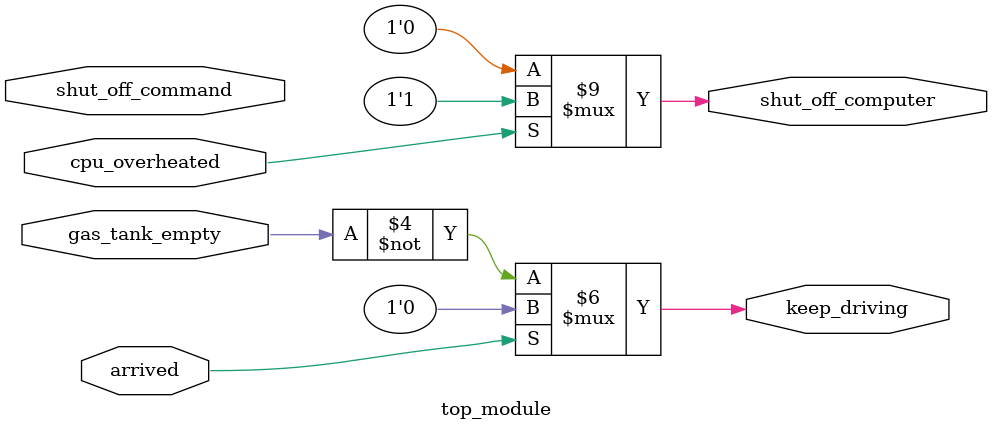
<source format=sv>
module top_module (
    input cpu_overheated,
    input arrived,
    input gas_tank_empty,
    input shut_off_command,
    output reg shut_off_computer,
    output reg keep_driving
);

    always @(*) begin
        if (cpu_overheated)
            shut_off_computer = 1;
        else
            shut_off_computer = 0;
    end

    always @(*) begin
        if (!arrived)
            keep_driving = ~gas_tank_empty;
        else
            keep_driving = 0;
    end

endmodule

</source>
